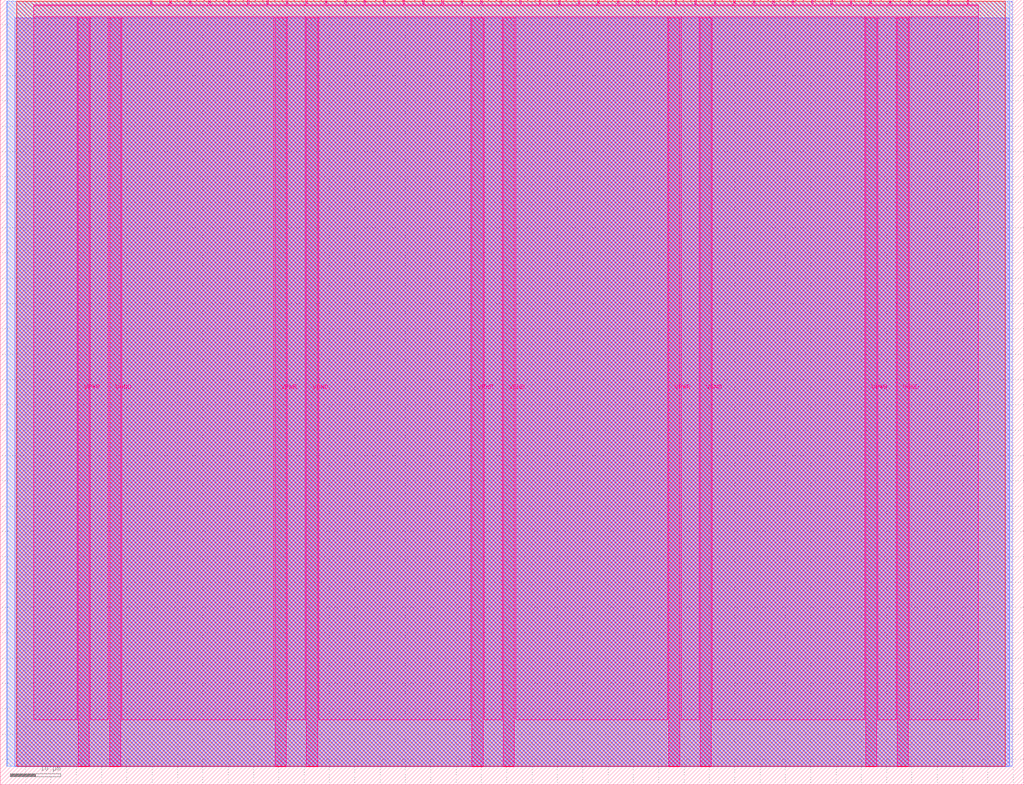
<source format=lef>
VERSION 5.7 ;
  NOWIREEXTENSIONATPIN ON ;
  DIVIDERCHAR "/" ;
  BUSBITCHARS "[]" ;
MACRO tt_um_nyan
  CLASS BLOCK ;
  FOREIGN tt_um_nyan ;
  ORIGIN 0.000 0.000 ;
  SIZE 202.080 BY 154.980 ;
  PIN VGND
    DIRECTION INOUT ;
    USE GROUND ;
    PORT
      LAYER Metal5 ;
        RECT 21.580 3.560 23.780 151.420 ;
    END
    PORT
      LAYER Metal5 ;
        RECT 60.450 3.560 62.650 151.420 ;
    END
    PORT
      LAYER Metal5 ;
        RECT 99.320 3.560 101.520 151.420 ;
    END
    PORT
      LAYER Metal5 ;
        RECT 138.190 3.560 140.390 151.420 ;
    END
    PORT
      LAYER Metal5 ;
        RECT 177.060 3.560 179.260 151.420 ;
    END
  END VGND
  PIN VPWR
    DIRECTION INOUT ;
    USE POWER ;
    PORT
      LAYER Metal5 ;
        RECT 15.380 3.560 17.580 151.420 ;
    END
    PORT
      LAYER Metal5 ;
        RECT 54.250 3.560 56.450 151.420 ;
    END
    PORT
      LAYER Metal5 ;
        RECT 93.120 3.560 95.320 151.420 ;
    END
    PORT
      LAYER Metal5 ;
        RECT 131.990 3.560 134.190 151.420 ;
    END
    PORT
      LAYER Metal5 ;
        RECT 170.860 3.560 173.060 151.420 ;
    END
  END VPWR
  PIN clk
    DIRECTION INPUT ;
    USE SIGNAL ;
    ANTENNAGATEAREA 0.213200 ;
    PORT
      LAYER Metal5 ;
        RECT 187.050 153.980 187.350 154.980 ;
    END
  END clk
  PIN ena
    DIRECTION INPUT ;
    USE SIGNAL ;
    PORT
      LAYER Metal5 ;
        RECT 190.890 153.980 191.190 154.980 ;
    END
  END ena
  PIN rst_n
    DIRECTION INPUT ;
    USE SIGNAL ;
    ANTENNAGATEAREA 0.314600 ;
    PORT
      LAYER Metal5 ;
        RECT 183.210 153.980 183.510 154.980 ;
    END
  END rst_n
  PIN ui_in[0]
    DIRECTION INPUT ;
    USE SIGNAL ;
    PORT
      LAYER Metal5 ;
        RECT 179.370 153.980 179.670 154.980 ;
    END
  END ui_in[0]
  PIN ui_in[1]
    DIRECTION INPUT ;
    USE SIGNAL ;
    PORT
      LAYER Metal5 ;
        RECT 175.530 153.980 175.830 154.980 ;
    END
  END ui_in[1]
  PIN ui_in[2]
    DIRECTION INPUT ;
    USE SIGNAL ;
    PORT
      LAYER Metal5 ;
        RECT 171.690 153.980 171.990 154.980 ;
    END
  END ui_in[2]
  PIN ui_in[3]
    DIRECTION INPUT ;
    USE SIGNAL ;
    PORT
      LAYER Metal5 ;
        RECT 167.850 153.980 168.150 154.980 ;
    END
  END ui_in[3]
  PIN ui_in[4]
    DIRECTION INPUT ;
    USE SIGNAL ;
    PORT
      LAYER Metal5 ;
        RECT 164.010 153.980 164.310 154.980 ;
    END
  END ui_in[4]
  PIN ui_in[5]
    DIRECTION INPUT ;
    USE SIGNAL ;
    PORT
      LAYER Metal5 ;
        RECT 160.170 153.980 160.470 154.980 ;
    END
  END ui_in[5]
  PIN ui_in[6]
    DIRECTION INPUT ;
    USE SIGNAL ;
    PORT
      LAYER Metal5 ;
        RECT 156.330 153.980 156.630 154.980 ;
    END
  END ui_in[6]
  PIN ui_in[7]
    DIRECTION INPUT ;
    USE SIGNAL ;
    PORT
      LAYER Metal5 ;
        RECT 152.490 153.980 152.790 154.980 ;
    END
  END ui_in[7]
  PIN uio_in[0]
    DIRECTION INPUT ;
    USE SIGNAL ;
    PORT
      LAYER Metal5 ;
        RECT 148.650 153.980 148.950 154.980 ;
    END
  END uio_in[0]
  PIN uio_in[1]
    DIRECTION INPUT ;
    USE SIGNAL ;
    PORT
      LAYER Metal5 ;
        RECT 144.810 153.980 145.110 154.980 ;
    END
  END uio_in[1]
  PIN uio_in[2]
    DIRECTION INPUT ;
    USE SIGNAL ;
    PORT
      LAYER Metal5 ;
        RECT 140.970 153.980 141.270 154.980 ;
    END
  END uio_in[2]
  PIN uio_in[3]
    DIRECTION INPUT ;
    USE SIGNAL ;
    PORT
      LAYER Metal5 ;
        RECT 137.130 153.980 137.430 154.980 ;
    END
  END uio_in[3]
  PIN uio_in[4]
    DIRECTION INPUT ;
    USE SIGNAL ;
    PORT
      LAYER Metal5 ;
        RECT 133.290 153.980 133.590 154.980 ;
    END
  END uio_in[4]
  PIN uio_in[5]
    DIRECTION INPUT ;
    USE SIGNAL ;
    PORT
      LAYER Metal5 ;
        RECT 129.450 153.980 129.750 154.980 ;
    END
  END uio_in[5]
  PIN uio_in[6]
    DIRECTION INPUT ;
    USE SIGNAL ;
    PORT
      LAYER Metal5 ;
        RECT 125.610 153.980 125.910 154.980 ;
    END
  END uio_in[6]
  PIN uio_in[7]
    DIRECTION INPUT ;
    USE SIGNAL ;
    PORT
      LAYER Metal5 ;
        RECT 121.770 153.980 122.070 154.980 ;
    END
  END uio_in[7]
  PIN uio_oe[0]
    DIRECTION OUTPUT ;
    USE SIGNAL ;
    ANTENNADIFFAREA 0.299200 ;
    PORT
      LAYER Metal5 ;
        RECT 56.490 153.980 56.790 154.980 ;
    END
  END uio_oe[0]
  PIN uio_oe[1]
    DIRECTION OUTPUT ;
    USE SIGNAL ;
    ANTENNADIFFAREA 0.299200 ;
    PORT
      LAYER Metal5 ;
        RECT 52.650 153.980 52.950 154.980 ;
    END
  END uio_oe[1]
  PIN uio_oe[2]
    DIRECTION OUTPUT ;
    USE SIGNAL ;
    ANTENNADIFFAREA 0.299200 ;
    PORT
      LAYER Metal5 ;
        RECT 48.810 153.980 49.110 154.980 ;
    END
  END uio_oe[2]
  PIN uio_oe[3]
    DIRECTION OUTPUT ;
    USE SIGNAL ;
    ANTENNADIFFAREA 0.299200 ;
    PORT
      LAYER Metal5 ;
        RECT 44.970 153.980 45.270 154.980 ;
    END
  END uio_oe[3]
  PIN uio_oe[4]
    DIRECTION OUTPUT ;
    USE SIGNAL ;
    ANTENNADIFFAREA 0.299200 ;
    PORT
      LAYER Metal5 ;
        RECT 41.130 153.980 41.430 154.980 ;
    END
  END uio_oe[4]
  PIN uio_oe[5]
    DIRECTION OUTPUT ;
    USE SIGNAL ;
    ANTENNADIFFAREA 0.299200 ;
    PORT
      LAYER Metal5 ;
        RECT 37.290 153.980 37.590 154.980 ;
    END
  END uio_oe[5]
  PIN uio_oe[6]
    DIRECTION OUTPUT ;
    USE SIGNAL ;
    ANTENNADIFFAREA 0.299200 ;
    PORT
      LAYER Metal5 ;
        RECT 33.450 153.980 33.750 154.980 ;
    END
  END uio_oe[6]
  PIN uio_oe[7]
    DIRECTION OUTPUT ;
    USE SIGNAL ;
    ANTENNADIFFAREA 0.392700 ;
    PORT
      LAYER Metal5 ;
        RECT 29.610 153.980 29.910 154.980 ;
    END
  END uio_oe[7]
  PIN uio_out[0]
    DIRECTION OUTPUT ;
    USE SIGNAL ;
    ANTENNADIFFAREA 0.299200 ;
    PORT
      LAYER Metal5 ;
        RECT 87.210 153.980 87.510 154.980 ;
    END
  END uio_out[0]
  PIN uio_out[1]
    DIRECTION OUTPUT ;
    USE SIGNAL ;
    ANTENNADIFFAREA 0.299200 ;
    PORT
      LAYER Metal5 ;
        RECT 83.370 153.980 83.670 154.980 ;
    END
  END uio_out[1]
  PIN uio_out[2]
    DIRECTION OUTPUT ;
    USE SIGNAL ;
    ANTENNADIFFAREA 0.299200 ;
    PORT
      LAYER Metal5 ;
        RECT 79.530 153.980 79.830 154.980 ;
    END
  END uio_out[2]
  PIN uio_out[3]
    DIRECTION OUTPUT ;
    USE SIGNAL ;
    ANTENNADIFFAREA 0.299200 ;
    PORT
      LAYER Metal5 ;
        RECT 75.690 153.980 75.990 154.980 ;
    END
  END uio_out[3]
  PIN uio_out[4]
    DIRECTION OUTPUT ;
    USE SIGNAL ;
    ANTENNADIFFAREA 0.299200 ;
    PORT
      LAYER Metal5 ;
        RECT 71.850 153.980 72.150 154.980 ;
    END
  END uio_out[4]
  PIN uio_out[5]
    DIRECTION OUTPUT ;
    USE SIGNAL ;
    ANTENNADIFFAREA 0.299200 ;
    PORT
      LAYER Metal5 ;
        RECT 68.010 153.980 68.310 154.980 ;
    END
  END uio_out[5]
  PIN uio_out[6]
    DIRECTION OUTPUT ;
    USE SIGNAL ;
    ANTENNADIFFAREA 0.299200 ;
    PORT
      LAYER Metal5 ;
        RECT 64.170 153.980 64.470 154.980 ;
    END
  END uio_out[6]
  PIN uio_out[7]
    DIRECTION OUTPUT ;
    USE SIGNAL ;
    ANTENNADIFFAREA 0.654800 ;
    PORT
      LAYER Metal5 ;
        RECT 60.330 153.980 60.630 154.980 ;
    END
  END uio_out[7]
  PIN uo_out[0]
    DIRECTION OUTPUT ;
    USE SIGNAL ;
    ANTENNAGATEAREA 0.109200 ;
    ANTENNADIFFAREA 0.632400 ;
    PORT
      LAYER Metal5 ;
        RECT 117.930 153.980 118.230 154.980 ;
    END
  END uo_out[0]
  PIN uo_out[1]
    DIRECTION OUTPUT ;
    USE SIGNAL ;
    ANTENNAGATEAREA 0.109200 ;
    ANTENNADIFFAREA 0.632400 ;
    PORT
      LAYER Metal5 ;
        RECT 114.090 153.980 114.390 154.980 ;
    END
  END uo_out[1]
  PIN uo_out[2]
    DIRECTION OUTPUT ;
    USE SIGNAL ;
    ANTENNAGATEAREA 0.109200 ;
    ANTENNADIFFAREA 0.632400 ;
    PORT
      LAYER Metal5 ;
        RECT 110.250 153.980 110.550 154.980 ;
    END
  END uo_out[2]
  PIN uo_out[3]
    DIRECTION OUTPUT ;
    USE SIGNAL ;
    ANTENNADIFFAREA 0.654800 ;
    PORT
      LAYER Metal5 ;
        RECT 106.410 153.980 106.710 154.980 ;
    END
  END uo_out[3]
  PIN uo_out[4]
    DIRECTION OUTPUT ;
    USE SIGNAL ;
    ANTENNAGATEAREA 0.109200 ;
    ANTENNADIFFAREA 0.632400 ;
    PORT
      LAYER Metal5 ;
        RECT 102.570 153.980 102.870 154.980 ;
    END
  END uo_out[4]
  PIN uo_out[5]
    DIRECTION OUTPUT ;
    USE SIGNAL ;
    ANTENNAGATEAREA 0.109200 ;
    ANTENNADIFFAREA 0.632400 ;
    PORT
      LAYER Metal5 ;
        RECT 98.730 153.980 99.030 154.980 ;
    END
  END uo_out[5]
  PIN uo_out[6]
    DIRECTION OUTPUT ;
    USE SIGNAL ;
    ANTENNAGATEAREA 0.109200 ;
    ANTENNADIFFAREA 0.632400 ;
    PORT
      LAYER Metal5 ;
        RECT 94.890 153.980 95.190 154.980 ;
    END
  END uo_out[6]
  PIN uo_out[7]
    DIRECTION OUTPUT ;
    USE SIGNAL ;
    ANTENNADIFFAREA 0.654800 ;
    PORT
      LAYER Metal5 ;
        RECT 91.050 153.980 91.350 154.980 ;
    END
  END uo_out[7]
  OBS
      LAYER GatPoly ;
        RECT 2.880 3.630 199.200 151.350 ;
      LAYER Metal1 ;
        RECT 2.880 3.560 199.200 151.420 ;
      LAYER Metal2 ;
        RECT 1.295 3.680 199.780 154.660 ;
      LAYER Metal3 ;
        RECT 1.340 3.635 199.300 154.705 ;
      LAYER Metal4 ;
        RECT 3.215 3.680 198.385 154.660 ;
      LAYER Metal5 ;
        RECT 6.620 153.770 29.400 153.980 ;
        RECT 30.120 153.770 33.240 153.980 ;
        RECT 33.960 153.770 37.080 153.980 ;
        RECT 37.800 153.770 40.920 153.980 ;
        RECT 41.640 153.770 44.760 153.980 ;
        RECT 45.480 153.770 48.600 153.980 ;
        RECT 49.320 153.770 52.440 153.980 ;
        RECT 53.160 153.770 56.280 153.980 ;
        RECT 57.000 153.770 60.120 153.980 ;
        RECT 60.840 153.770 63.960 153.980 ;
        RECT 64.680 153.770 67.800 153.980 ;
        RECT 68.520 153.770 71.640 153.980 ;
        RECT 72.360 153.770 75.480 153.980 ;
        RECT 76.200 153.770 79.320 153.980 ;
        RECT 80.040 153.770 83.160 153.980 ;
        RECT 83.880 153.770 87.000 153.980 ;
        RECT 87.720 153.770 90.840 153.980 ;
        RECT 91.560 153.770 94.680 153.980 ;
        RECT 95.400 153.770 98.520 153.980 ;
        RECT 99.240 153.770 102.360 153.980 ;
        RECT 103.080 153.770 106.200 153.980 ;
        RECT 106.920 153.770 110.040 153.980 ;
        RECT 110.760 153.770 113.880 153.980 ;
        RECT 114.600 153.770 117.720 153.980 ;
        RECT 118.440 153.770 121.560 153.980 ;
        RECT 122.280 153.770 125.400 153.980 ;
        RECT 126.120 153.770 129.240 153.980 ;
        RECT 129.960 153.770 133.080 153.980 ;
        RECT 133.800 153.770 136.920 153.980 ;
        RECT 137.640 153.770 140.760 153.980 ;
        RECT 141.480 153.770 144.600 153.980 ;
        RECT 145.320 153.770 148.440 153.980 ;
        RECT 149.160 153.770 152.280 153.980 ;
        RECT 153.000 153.770 156.120 153.980 ;
        RECT 156.840 153.770 159.960 153.980 ;
        RECT 160.680 153.770 163.800 153.980 ;
        RECT 164.520 153.770 167.640 153.980 ;
        RECT 168.360 153.770 171.480 153.980 ;
        RECT 172.200 153.770 175.320 153.980 ;
        RECT 176.040 153.770 179.160 153.980 ;
        RECT 179.880 153.770 183.000 153.980 ;
        RECT 183.720 153.770 186.840 153.980 ;
        RECT 187.560 153.770 190.680 153.980 ;
        RECT 191.400 153.770 193.060 153.980 ;
        RECT 6.620 151.630 193.060 153.770 ;
        RECT 6.620 12.875 15.170 151.630 ;
        RECT 17.790 12.875 21.370 151.630 ;
        RECT 23.990 12.875 54.040 151.630 ;
        RECT 56.660 12.875 60.240 151.630 ;
        RECT 62.860 12.875 92.910 151.630 ;
        RECT 95.530 12.875 99.110 151.630 ;
        RECT 101.730 12.875 131.780 151.630 ;
        RECT 134.400 12.875 137.980 151.630 ;
        RECT 140.600 12.875 170.650 151.630 ;
        RECT 173.270 12.875 176.850 151.630 ;
        RECT 179.470 12.875 193.060 151.630 ;
  END
END tt_um_nyan
END LIBRARY


</source>
